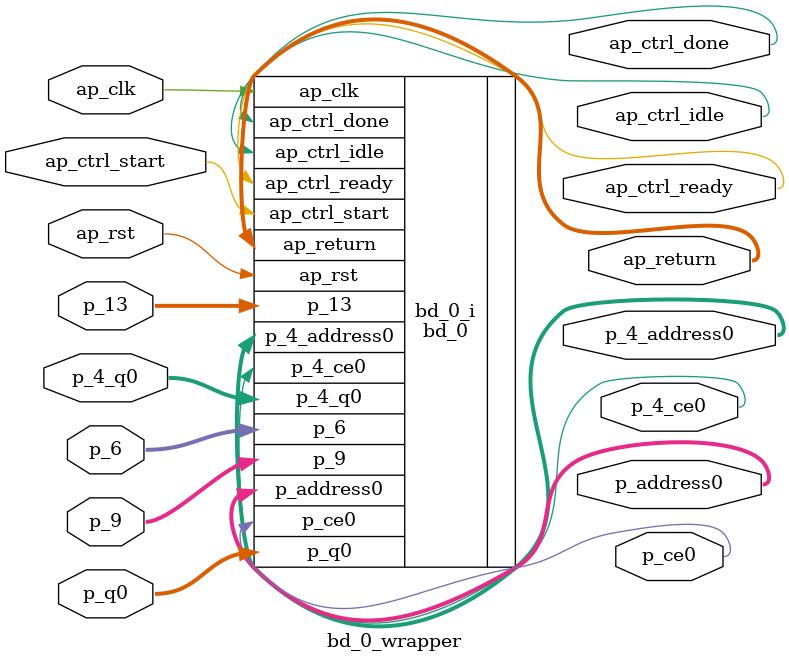
<source format=v>
`timescale 1 ps / 1 ps

module bd_0_wrapper
   (ap_clk,
    ap_ctrl_done,
    ap_ctrl_idle,
    ap_ctrl_ready,
    ap_ctrl_start,
    ap_return,
    ap_rst,
    p_13,
    p_4_address0,
    p_4_ce0,
    p_4_q0,
    p_6,
    p_9,
    p_address0,
    p_ce0,
    p_q0);
  input ap_clk;
  output ap_ctrl_done;
  output ap_ctrl_idle;
  output ap_ctrl_ready;
  input ap_ctrl_start;
  output [15:0]ap_return;
  input ap_rst;
  input [15:0]p_13;
  output [2:0]p_4_address0;
  output p_4_ce0;
  input [63:0]p_4_q0;
  input [63:0]p_6;
  input [7:0]p_9;
  output [3:0]p_address0;
  output p_ce0;
  input [7:0]p_q0;

  wire ap_clk;
  wire ap_ctrl_done;
  wire ap_ctrl_idle;
  wire ap_ctrl_ready;
  wire ap_ctrl_start;
  wire [15:0]ap_return;
  wire ap_rst;
  wire [15:0]p_13;
  wire [2:0]p_4_address0;
  wire p_4_ce0;
  wire [63:0]p_4_q0;
  wire [63:0]p_6;
  wire [7:0]p_9;
  wire [3:0]p_address0;
  wire p_ce0;
  wire [7:0]p_q0;

  bd_0 bd_0_i
       (.ap_clk(ap_clk),
        .ap_ctrl_done(ap_ctrl_done),
        .ap_ctrl_idle(ap_ctrl_idle),
        .ap_ctrl_ready(ap_ctrl_ready),
        .ap_ctrl_start(ap_ctrl_start),
        .ap_return(ap_return),
        .ap_rst(ap_rst),
        .p_13(p_13),
        .p_4_address0(p_4_address0),
        .p_4_ce0(p_4_ce0),
        .p_4_q0(p_4_q0),
        .p_6(p_6),
        .p_9(p_9),
        .p_address0(p_address0),
        .p_ce0(p_ce0),
        .p_q0(p_q0));
endmodule

</source>
